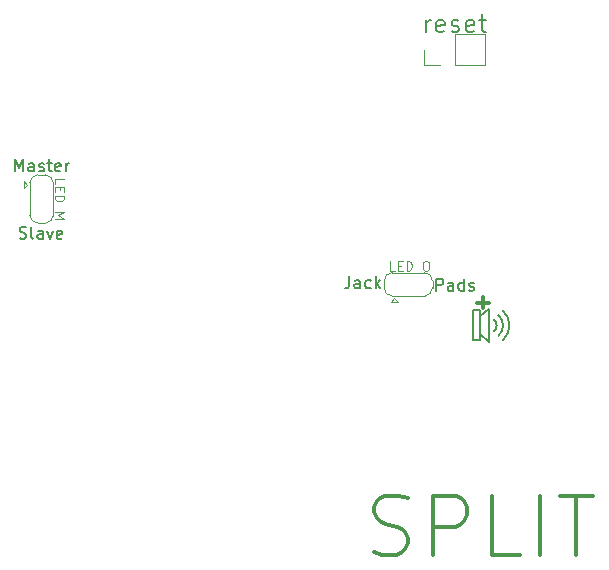
<source format=gto>
G04 #@! TF.GenerationSoftware,KiCad,Pcbnew,(5.0.1-dev-70-gb7b125d83)*
G04 #@! TF.CreationDate,2019-02-27T23:36:49+01:00*
G04 #@! TF.ProjectId,vitamins_included,766974616D696E735F696E636C756465,rev?*
G04 #@! TF.SameCoordinates,Original*
G04 #@! TF.FileFunction,Legend,Top*
G04 #@! TF.FilePolarity,Positive*
%FSLAX46Y46*%
G04 Gerber Fmt 4.6, Leading zero omitted, Abs format (unit mm)*
G04 Created by KiCad (PCBNEW (5.0.1-dev-70-gb7b125d83)) date 02/27/19 23:36:49*
%MOMM*%
%LPD*%
G01*
G04 APERTURE LIST*
%ADD10C,0.200000*%
%ADD11C,0.300000*%
%ADD12C,0.150000*%
%ADD13C,0.100000*%
%ADD14C,0.120000*%
%ADD15C,0.180000*%
G04 APERTURE END LIST*
D10*
X55652000Y-31376000D02*
X55652000Y-30106000D01*
X56287000Y-30106000D02*
X56287000Y-28836000D01*
X56287000Y-31376000D02*
X55652000Y-31376000D01*
X56287000Y-30852128D02*
X57049000Y-31487128D01*
D11*
X56045761Y-28171642D02*
X57036238Y-28171642D01*
X56541000Y-27676404D02*
X56541000Y-28666880D01*
D12*
X45207142Y-25952380D02*
X45207142Y-26666666D01*
X45159523Y-26809523D01*
X45064285Y-26904761D01*
X44921428Y-26952380D01*
X44826190Y-26952380D01*
X46111904Y-26952380D02*
X46111904Y-26428571D01*
X46064285Y-26333333D01*
X45969047Y-26285714D01*
X45778571Y-26285714D01*
X45683333Y-26333333D01*
X46111904Y-26904761D02*
X46016666Y-26952380D01*
X45778571Y-26952380D01*
X45683333Y-26904761D01*
X45635714Y-26809523D01*
X45635714Y-26714285D01*
X45683333Y-26619047D01*
X45778571Y-26571428D01*
X46016666Y-26571428D01*
X46111904Y-26523809D01*
X47016666Y-26904761D02*
X46921428Y-26952380D01*
X46730952Y-26952380D01*
X46635714Y-26904761D01*
X46588095Y-26857142D01*
X46540476Y-26761904D01*
X46540476Y-26476190D01*
X46588095Y-26380952D01*
X46635714Y-26333333D01*
X46730952Y-26285714D01*
X46921428Y-26285714D01*
X47016666Y-26333333D01*
X47445238Y-26952380D02*
X47445238Y-25952380D01*
X47540476Y-26571428D02*
X47826190Y-26952380D01*
X47826190Y-26285714D02*
X47445238Y-26666666D01*
X52578571Y-27152380D02*
X52578571Y-26152380D01*
X52959523Y-26152380D01*
X53054761Y-26200000D01*
X53102380Y-26247619D01*
X53150000Y-26342857D01*
X53150000Y-26485714D01*
X53102380Y-26580952D01*
X53054761Y-26628571D01*
X52959523Y-26676190D01*
X52578571Y-26676190D01*
X54007142Y-27152380D02*
X54007142Y-26628571D01*
X53959523Y-26533333D01*
X53864285Y-26485714D01*
X53673809Y-26485714D01*
X53578571Y-26533333D01*
X54007142Y-27104761D02*
X53911904Y-27152380D01*
X53673809Y-27152380D01*
X53578571Y-27104761D01*
X53530952Y-27009523D01*
X53530952Y-26914285D01*
X53578571Y-26819047D01*
X53673809Y-26771428D01*
X53911904Y-26771428D01*
X54007142Y-26723809D01*
X54911904Y-27152380D02*
X54911904Y-26152380D01*
X54911904Y-27104761D02*
X54816666Y-27152380D01*
X54626190Y-27152380D01*
X54530952Y-27104761D01*
X54483333Y-27057142D01*
X54435714Y-26961904D01*
X54435714Y-26676190D01*
X54483333Y-26580952D01*
X54530952Y-26533333D01*
X54626190Y-26485714D01*
X54816666Y-26485714D01*
X54911904Y-26533333D01*
X55340476Y-27104761D02*
X55435714Y-27152380D01*
X55626190Y-27152380D01*
X55721428Y-27104761D01*
X55769047Y-27009523D01*
X55769047Y-26961904D01*
X55721428Y-26866666D01*
X55626190Y-26819047D01*
X55483333Y-26819047D01*
X55388095Y-26771428D01*
X55340476Y-26676190D01*
X55340476Y-26628571D01*
X55388095Y-26533333D01*
X55483333Y-26485714D01*
X55626190Y-26485714D01*
X55721428Y-26533333D01*
D13*
X49061904Y-25461904D02*
X48680952Y-25461904D01*
X48680952Y-24661904D01*
X49328571Y-25042857D02*
X49595238Y-25042857D01*
X49709523Y-25461904D02*
X49328571Y-25461904D01*
X49328571Y-24661904D01*
X49709523Y-24661904D01*
X50052380Y-25461904D02*
X50052380Y-24661904D01*
X50242857Y-24661904D01*
X50357142Y-24700000D01*
X50433333Y-24776190D01*
X50471428Y-24852380D01*
X50509523Y-25004761D01*
X50509523Y-25119047D01*
X50471428Y-25271428D01*
X50433333Y-25347619D01*
X50357142Y-25423809D01*
X50242857Y-25461904D01*
X50052380Y-25461904D01*
X51614285Y-24661904D02*
X51766666Y-24661904D01*
X51842857Y-24700000D01*
X51919047Y-24776190D01*
X51957142Y-24928571D01*
X51957142Y-25195238D01*
X51919047Y-25347619D01*
X51842857Y-25423809D01*
X51766666Y-25461904D01*
X51614285Y-25461904D01*
X51538095Y-25423809D01*
X51461904Y-25347619D01*
X51423809Y-25195238D01*
X51423809Y-24928571D01*
X51461904Y-24776190D01*
X51538095Y-24700000D01*
X51614285Y-24661904D01*
D12*
X17290476Y-22704761D02*
X17433333Y-22752380D01*
X17671428Y-22752380D01*
X17766666Y-22704761D01*
X17814285Y-22657142D01*
X17861904Y-22561904D01*
X17861904Y-22466666D01*
X17814285Y-22371428D01*
X17766666Y-22323809D01*
X17671428Y-22276190D01*
X17480952Y-22228571D01*
X17385714Y-22180952D01*
X17338095Y-22133333D01*
X17290476Y-22038095D01*
X17290476Y-21942857D01*
X17338095Y-21847619D01*
X17385714Y-21800000D01*
X17480952Y-21752380D01*
X17719047Y-21752380D01*
X17861904Y-21800000D01*
X18433333Y-22752380D02*
X18338095Y-22704761D01*
X18290476Y-22609523D01*
X18290476Y-21752380D01*
X19242857Y-22752380D02*
X19242857Y-22228571D01*
X19195238Y-22133333D01*
X19100000Y-22085714D01*
X18909523Y-22085714D01*
X18814285Y-22133333D01*
X19242857Y-22704761D02*
X19147619Y-22752380D01*
X18909523Y-22752380D01*
X18814285Y-22704761D01*
X18766666Y-22609523D01*
X18766666Y-22514285D01*
X18814285Y-22419047D01*
X18909523Y-22371428D01*
X19147619Y-22371428D01*
X19242857Y-22323809D01*
X19623809Y-22085714D02*
X19861904Y-22752380D01*
X20100000Y-22085714D01*
X20861904Y-22704761D02*
X20766666Y-22752380D01*
X20576190Y-22752380D01*
X20480952Y-22704761D01*
X20433333Y-22609523D01*
X20433333Y-22228571D01*
X20480952Y-22133333D01*
X20576190Y-22085714D01*
X20766666Y-22085714D01*
X20861904Y-22133333D01*
X20909523Y-22228571D01*
X20909523Y-22323809D01*
X20433333Y-22419047D01*
D13*
X20288095Y-18123809D02*
X20288095Y-17742857D01*
X21088095Y-17742857D01*
X20707142Y-18390476D02*
X20707142Y-18657142D01*
X20288095Y-18771428D02*
X20288095Y-18390476D01*
X21088095Y-18390476D01*
X21088095Y-18771428D01*
X20288095Y-19114285D02*
X21088095Y-19114285D01*
X21088095Y-19304761D01*
X21050000Y-19419047D01*
X20973809Y-19495238D01*
X20897619Y-19533333D01*
X20745238Y-19571428D01*
X20630952Y-19571428D01*
X20478571Y-19533333D01*
X20402380Y-19495238D01*
X20326190Y-19419047D01*
X20288095Y-19304761D01*
X20288095Y-19114285D01*
X20288095Y-20523809D02*
X21088095Y-20523809D01*
X20516666Y-20790476D01*
X21088095Y-21057142D01*
X20288095Y-21057142D01*
D12*
X16935714Y-17052380D02*
X16935714Y-16052380D01*
X17269047Y-16766666D01*
X17602380Y-16052380D01*
X17602380Y-17052380D01*
X18507142Y-17052380D02*
X18507142Y-16528571D01*
X18459523Y-16433333D01*
X18364285Y-16385714D01*
X18173809Y-16385714D01*
X18078571Y-16433333D01*
X18507142Y-17004761D02*
X18411904Y-17052380D01*
X18173809Y-17052380D01*
X18078571Y-17004761D01*
X18030952Y-16909523D01*
X18030952Y-16814285D01*
X18078571Y-16719047D01*
X18173809Y-16671428D01*
X18411904Y-16671428D01*
X18507142Y-16623809D01*
X18935714Y-17004761D02*
X19030952Y-17052380D01*
X19221428Y-17052380D01*
X19316666Y-17004761D01*
X19364285Y-16909523D01*
X19364285Y-16861904D01*
X19316666Y-16766666D01*
X19221428Y-16719047D01*
X19078571Y-16719047D01*
X18983333Y-16671428D01*
X18935714Y-16576190D01*
X18935714Y-16528571D01*
X18983333Y-16433333D01*
X19078571Y-16385714D01*
X19221428Y-16385714D01*
X19316666Y-16433333D01*
X19650000Y-16385714D02*
X20030952Y-16385714D01*
X19792857Y-16052380D02*
X19792857Y-16909523D01*
X19840476Y-17004761D01*
X19935714Y-17052380D01*
X20030952Y-17052380D01*
X20745238Y-17004761D02*
X20650000Y-17052380D01*
X20459523Y-17052380D01*
X20364285Y-17004761D01*
X20316666Y-16909523D01*
X20316666Y-16528571D01*
X20364285Y-16433333D01*
X20459523Y-16385714D01*
X20650000Y-16385714D01*
X20745238Y-16433333D01*
X20792857Y-16528571D01*
X20792857Y-16623809D01*
X20316666Y-16719047D01*
X21221428Y-17052380D02*
X21221428Y-16385714D01*
X21221428Y-16576190D02*
X21269047Y-16480952D01*
X21316666Y-16433333D01*
X21411904Y-16385714D01*
X21507142Y-16385714D01*
D11*
X47298142Y-49274809D02*
X48012428Y-49512904D01*
X49202904Y-49512904D01*
X49679095Y-49274809D01*
X49917190Y-49036714D01*
X50155285Y-48560523D01*
X50155285Y-48084333D01*
X49917190Y-47608142D01*
X49679095Y-47370047D01*
X49202904Y-47131952D01*
X48250523Y-46893857D01*
X47774333Y-46655761D01*
X47536238Y-46417666D01*
X47298142Y-45941476D01*
X47298142Y-45465285D01*
X47536238Y-44989095D01*
X47774333Y-44751000D01*
X48250523Y-44512904D01*
X49441000Y-44512904D01*
X50155285Y-44751000D01*
X52298142Y-49512904D02*
X52298142Y-44512904D01*
X54202904Y-44512904D01*
X54679095Y-44751000D01*
X54917190Y-44989095D01*
X55155285Y-45465285D01*
X55155285Y-46179571D01*
X54917190Y-46655761D01*
X54679095Y-46893857D01*
X54202904Y-47131952D01*
X52298142Y-47131952D01*
X59679095Y-49512904D02*
X57298142Y-49512904D01*
X57298142Y-44512904D01*
X61345761Y-49512904D02*
X61345761Y-44512904D01*
X63012428Y-44512904D02*
X65869571Y-44512904D01*
X64441000Y-49512904D02*
X64441000Y-44512904D01*
D10*
X57049000Y-31487128D02*
X57049000Y-30106000D01*
X57429646Y-30614264D02*
G75*
G03X57430000Y-29598001I-380646J508264D01*
G01*
X55652000Y-28836000D02*
X55652000Y-30106000D01*
X58192567Y-31375489D02*
G75*
G03X58192000Y-28836000I-1143567J1269489D01*
G01*
X56287000Y-28836000D02*
X55652000Y-28836000D01*
X56287000Y-29344000D02*
X57049000Y-28709000D01*
X57049000Y-28709000D02*
X57049000Y-30106000D01*
X57820464Y-30986799D02*
G75*
G03X57811000Y-29217000I-771464J880799D01*
G01*
X56287000Y-30106000D02*
X56287000Y-31376000D01*
D14*
G04 #@! TO.C,J4*
X51530000Y-8080000D02*
X51530000Y-6750000D01*
X52860000Y-8080000D02*
X51530000Y-8080000D01*
X54130000Y-8080000D02*
X54130000Y-5420000D01*
X54130000Y-5420000D02*
X56730000Y-5420000D01*
X54130000Y-8080000D02*
X56730000Y-8080000D01*
X56730000Y-8080000D02*
X56730000Y-5420000D01*
G04 #@! TO.C,JP6*
X48150000Y-26325000D02*
G75*
G02X48850000Y-25625000I700000J0D01*
G01*
X48850000Y-27625000D02*
G75*
G02X48150000Y-26925000I0J700000D01*
G01*
X52250000Y-26925000D02*
G75*
G02X51550000Y-27625000I-700000J0D01*
G01*
X51550000Y-25625000D02*
G75*
G02X52250000Y-26325000I0J-700000D01*
G01*
X48800000Y-25625000D02*
X51600000Y-25625000D01*
X52250000Y-26325000D02*
X52250000Y-26925000D01*
X51600000Y-27625000D02*
X48800000Y-27625000D01*
X48150000Y-26925000D02*
X48150000Y-26325000D01*
X49000000Y-27825000D02*
X48700000Y-28125000D01*
X48700000Y-28125000D02*
X49300000Y-28125000D01*
X49000000Y-27825000D02*
X49300000Y-28125000D01*
G04 #@! TO.C,JP3*
X17950000Y-18200000D02*
X17650000Y-18500000D01*
X17650000Y-17900000D02*
X17650000Y-18500000D01*
X17950000Y-18200000D02*
X17650000Y-17900000D01*
X18850000Y-17350000D02*
X19450000Y-17350000D01*
X18150000Y-20800000D02*
X18150000Y-18000000D01*
X19450000Y-21450000D02*
X18850000Y-21450000D01*
X20150000Y-18000000D02*
X20150000Y-20800000D01*
X20150000Y-20750000D02*
G75*
G02X19450000Y-21450000I-700000J0D01*
G01*
X18850000Y-21450000D02*
G75*
G02X18150000Y-20750000I0J700000D01*
G01*
X18150000Y-18050000D02*
G75*
G02X18850000Y-17350000I700000J0D01*
G01*
X19450000Y-17350000D02*
G75*
G02X20150000Y-18050000I0J-700000D01*
G01*
G04 #@! TO.C,J4*
D15*
X51721428Y-5278571D02*
X51721428Y-4278571D01*
X51721428Y-4564285D02*
X51792857Y-4421428D01*
X51864285Y-4350000D01*
X52007142Y-4278571D01*
X52150000Y-4278571D01*
X53221428Y-5207142D02*
X53078571Y-5278571D01*
X52792857Y-5278571D01*
X52650000Y-5207142D01*
X52578571Y-5064285D01*
X52578571Y-4492857D01*
X52650000Y-4350000D01*
X52792857Y-4278571D01*
X53078571Y-4278571D01*
X53221428Y-4350000D01*
X53292857Y-4492857D01*
X53292857Y-4635714D01*
X52578571Y-4778571D01*
X53864285Y-5207142D02*
X54007142Y-5278571D01*
X54292857Y-5278571D01*
X54435714Y-5207142D01*
X54507142Y-5064285D01*
X54507142Y-4992857D01*
X54435714Y-4850000D01*
X54292857Y-4778571D01*
X54078571Y-4778571D01*
X53935714Y-4707142D01*
X53864285Y-4564285D01*
X53864285Y-4492857D01*
X53935714Y-4350000D01*
X54078571Y-4278571D01*
X54292857Y-4278571D01*
X54435714Y-4350000D01*
X55721428Y-5207142D02*
X55578571Y-5278571D01*
X55292857Y-5278571D01*
X55150000Y-5207142D01*
X55078571Y-5064285D01*
X55078571Y-4492857D01*
X55150000Y-4350000D01*
X55292857Y-4278571D01*
X55578571Y-4278571D01*
X55721428Y-4350000D01*
X55792857Y-4492857D01*
X55792857Y-4635714D01*
X55078571Y-4778571D01*
X56221428Y-4278571D02*
X56792857Y-4278571D01*
X56435714Y-3778571D02*
X56435714Y-5064285D01*
X56507142Y-5207142D01*
X56650000Y-5278571D01*
X56792857Y-5278571D01*
G04 #@! TD*
M02*

</source>
